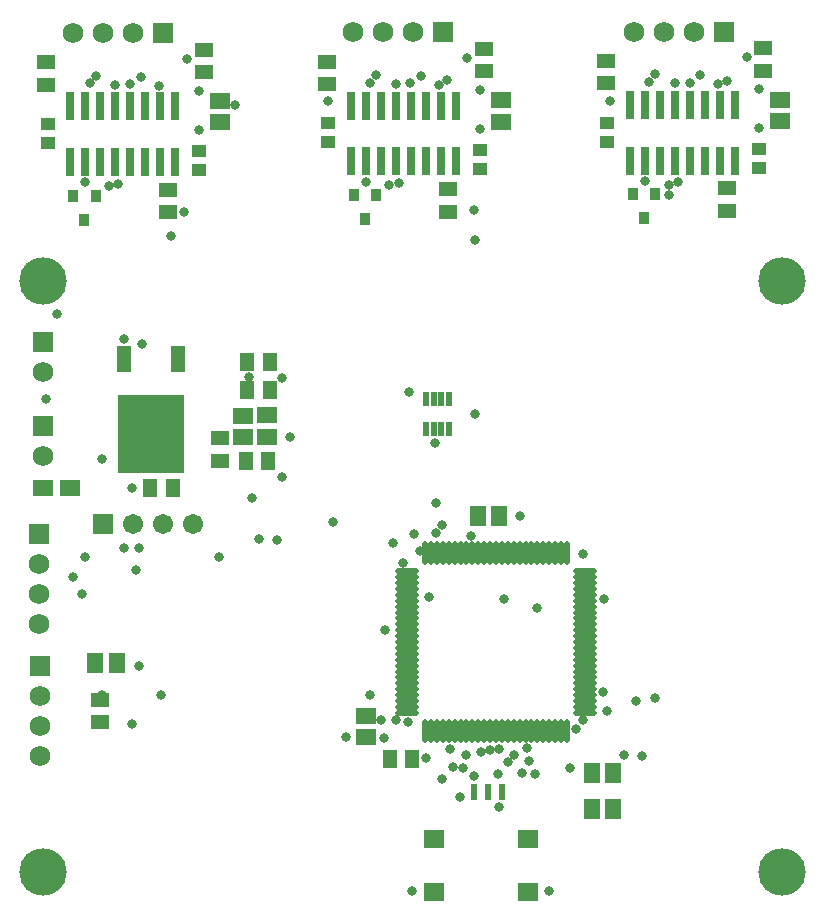
<source format=gts>
G04 Layer_Color=8388736*
%FSLAX25Y25*%
%MOIN*%
G70*
G01*
G75*
%ADD41R,0.06800X0.05800*%
%ADD42R,0.04934X0.06312*%
%ADD43R,0.05328X0.06509*%
%ADD44R,0.06509X0.05328*%
%ADD45R,0.02375X0.05524*%
%ADD46R,0.06312X0.04934*%
%ADD47R,0.06902X0.05918*%
%ADD48R,0.04540X0.09068*%
%ADD49R,0.22453X0.26391*%
%ADD50R,0.03556X0.04343*%
%ADD51R,0.03000X0.09400*%
%ADD52R,0.04737X0.04343*%
%ADD53O,0.07887X0.01981*%
%ADD54O,0.01981X0.07887*%
%ADD55R,0.02375X0.05131*%
%ADD56C,0.15800*%
%ADD57C,0.06800*%
%ADD58R,0.06800X0.06800*%
%ADD59R,0.06800X0.06800*%
%ADD60C,0.06706*%
%ADD61R,0.06706X0.06706*%
%ADD62C,0.03162*%
D41*
X118110Y324803D02*
D03*
X127110D02*
D03*
D42*
X153740Y324803D02*
D03*
X161221D02*
D03*
X241000Y234500D02*
D03*
X233520D02*
D03*
X193500Y366980D02*
D03*
X186020D02*
D03*
X193500Y357480D02*
D03*
X186020D02*
D03*
X192980Y334000D02*
D03*
X185500D02*
D03*
D43*
X262913Y315500D02*
D03*
X270000D02*
D03*
X142543Y266500D02*
D03*
X135457D02*
D03*
X308000Y230000D02*
D03*
X300913D02*
D03*
X308043Y218000D02*
D03*
X300957D02*
D03*
D44*
X225500Y249000D02*
D03*
Y241913D02*
D03*
X363563Y447260D02*
D03*
Y454347D02*
D03*
X270500Y447000D02*
D03*
Y454087D02*
D03*
X177063Y446760D02*
D03*
Y453847D02*
D03*
X184500Y348980D02*
D03*
Y341894D02*
D03*
X192500Y349067D02*
D03*
Y341980D02*
D03*
D45*
X261551Y223500D02*
D03*
X271000D02*
D03*
X266276D02*
D03*
D46*
X177000Y341480D02*
D03*
Y334000D02*
D03*
X346063Y424740D02*
D03*
Y417260D02*
D03*
X253000Y424480D02*
D03*
Y417000D02*
D03*
X159563Y424240D02*
D03*
Y416760D02*
D03*
X305563Y459760D02*
D03*
Y467240D02*
D03*
X212500Y459500D02*
D03*
Y466980D02*
D03*
X119063Y459260D02*
D03*
Y466740D02*
D03*
X358000Y464000D02*
D03*
Y471480D02*
D03*
X264937Y463740D02*
D03*
Y471220D02*
D03*
X171500Y463500D02*
D03*
Y470980D02*
D03*
X137000Y246760D02*
D03*
Y254240D02*
D03*
D47*
X248252Y207858D02*
D03*
Y190142D02*
D03*
X279748Y207858D02*
D03*
Y190142D02*
D03*
D48*
X162996Y367783D02*
D03*
X145043D02*
D03*
D49*
X154020Y342980D02*
D03*
D50*
X318263Y414760D02*
D03*
X314583Y422760D02*
D03*
X322063D02*
D03*
X225200Y414500D02*
D03*
X221520Y422500D02*
D03*
X229000D02*
D03*
X131763Y414260D02*
D03*
X128083Y422260D02*
D03*
X135563D02*
D03*
D51*
X348563Y434000D02*
D03*
X343563D02*
D03*
X338563D02*
D03*
X333563D02*
D03*
X328563D02*
D03*
X323563D02*
D03*
X318563D02*
D03*
X313563D02*
D03*
Y452600D02*
D03*
X318563D02*
D03*
X323563D02*
D03*
X328563D02*
D03*
X333563D02*
D03*
X338563D02*
D03*
X343563D02*
D03*
X348563D02*
D03*
X255500Y433740D02*
D03*
X250500D02*
D03*
X245500D02*
D03*
X240500D02*
D03*
X235500D02*
D03*
X230500D02*
D03*
X225500D02*
D03*
X220500D02*
D03*
Y452340D02*
D03*
X225500D02*
D03*
X230500D02*
D03*
X235500D02*
D03*
X240500D02*
D03*
X245500D02*
D03*
X250500D02*
D03*
X255500D02*
D03*
X162063Y433500D02*
D03*
X157063D02*
D03*
X152063D02*
D03*
X147063D02*
D03*
X142063D02*
D03*
X137063D02*
D03*
X132063D02*
D03*
X127063D02*
D03*
Y452100D02*
D03*
X132063D02*
D03*
X137063D02*
D03*
X142063D02*
D03*
X147063D02*
D03*
X152063D02*
D03*
X157063D02*
D03*
X162063D02*
D03*
D52*
X306063Y446650D02*
D03*
Y440350D02*
D03*
X213000Y446390D02*
D03*
Y440091D02*
D03*
X119563Y446150D02*
D03*
Y439850D02*
D03*
X356563Y431500D02*
D03*
Y437799D02*
D03*
X263500Y431240D02*
D03*
Y437539D02*
D03*
X170063Y431000D02*
D03*
Y437299D02*
D03*
D53*
X239276Y249878D02*
D03*
Y255784D02*
D03*
Y251847D02*
D03*
Y253815D02*
D03*
Y261689D02*
D03*
Y259720D02*
D03*
Y263657D02*
D03*
Y257752D02*
D03*
Y273500D02*
D03*
Y277437D02*
D03*
Y275468D02*
D03*
Y267595D02*
D03*
Y265626D02*
D03*
Y271532D02*
D03*
Y269563D02*
D03*
Y289248D02*
D03*
Y287280D02*
D03*
Y293185D02*
D03*
Y291216D02*
D03*
Y281374D02*
D03*
Y279405D02*
D03*
Y285311D02*
D03*
Y283343D02*
D03*
Y295153D02*
D03*
Y297122D02*
D03*
X298724Y257752D02*
D03*
Y261689D02*
D03*
Y259720D02*
D03*
Y251847D02*
D03*
Y249878D02*
D03*
Y255784D02*
D03*
Y253815D02*
D03*
Y263657D02*
D03*
Y267595D02*
D03*
Y265626D02*
D03*
Y271532D02*
D03*
Y269563D02*
D03*
Y281374D02*
D03*
Y285311D02*
D03*
Y283343D02*
D03*
Y275468D02*
D03*
Y273500D02*
D03*
Y279405D02*
D03*
Y277437D02*
D03*
Y291216D02*
D03*
Y289248D02*
D03*
Y293185D02*
D03*
Y287280D02*
D03*
Y297122D02*
D03*
Y295153D02*
D03*
D54*
X245378Y243776D02*
D03*
X247346D02*
D03*
X255221D02*
D03*
X257189D02*
D03*
X249315D02*
D03*
X253252D02*
D03*
X251284D02*
D03*
X263094D02*
D03*
X265063D02*
D03*
X259157D02*
D03*
X261126D02*
D03*
X245378Y303224D02*
D03*
X249315D02*
D03*
X251284D02*
D03*
X253252D02*
D03*
X255221D02*
D03*
X247346D02*
D03*
X261126D02*
D03*
X263094D02*
D03*
X257189D02*
D03*
X259157D02*
D03*
X284748Y243776D02*
D03*
X280811D02*
D03*
X282780D02*
D03*
X290653D02*
D03*
X292622D02*
D03*
X286717D02*
D03*
X288685D02*
D03*
X270969D02*
D03*
X267032D02*
D03*
X269000D02*
D03*
X276874D02*
D03*
X278842D02*
D03*
X272937D02*
D03*
X274905D02*
D03*
X265063Y303224D02*
D03*
X267032D02*
D03*
X269000D02*
D03*
X270969D02*
D03*
X272937D02*
D03*
X278842D02*
D03*
X280811D02*
D03*
X274905D02*
D03*
X276874D02*
D03*
X286717D02*
D03*
X288685D02*
D03*
X282780D02*
D03*
X284748D02*
D03*
X290653D02*
D03*
X292622D02*
D03*
D55*
X245661Y344382D02*
D03*
X248220Y354618D02*
D03*
X245661D02*
D03*
X248220Y344382D02*
D03*
X253339D02*
D03*
X250780D02*
D03*
Y354618D02*
D03*
X253339D02*
D03*
D56*
X118110Y393701D02*
D03*
X364173D02*
D03*
X118110Y196850D02*
D03*
X364173D02*
D03*
D57*
X128000Y476500D02*
D03*
X138000D02*
D03*
X148000D02*
D03*
X116500Y279500D02*
D03*
Y289500D02*
D03*
Y299500D02*
D03*
X315000Y477000D02*
D03*
X325000D02*
D03*
X335000D02*
D03*
X221437Y476740D02*
D03*
X231437D02*
D03*
X241437D02*
D03*
X118000Y335500D02*
D03*
X118059Y363441D02*
D03*
X117000Y235500D02*
D03*
Y245500D02*
D03*
Y255500D02*
D03*
D58*
X158000Y476500D02*
D03*
X345000Y477000D02*
D03*
X251437Y476740D02*
D03*
D59*
X116500Y309500D02*
D03*
X118000Y345500D02*
D03*
X118059Y373441D02*
D03*
X117000Y265500D02*
D03*
D60*
X158000Y313000D02*
D03*
X168000D02*
D03*
X148000D02*
D03*
D61*
X138000D02*
D03*
D62*
X137795Y255906D02*
D03*
X147638Y246063D02*
D03*
X157480Y255906D02*
D03*
X127953Y295276D02*
D03*
X147638Y324803D02*
D03*
X137795Y334646D02*
D03*
X305000Y288000D02*
D03*
X219000Y242000D02*
D03*
X257000Y222000D02*
D03*
X270000Y218500D02*
D03*
X286500Y190500D02*
D03*
X241000D02*
D03*
X262000Y407500D02*
D03*
X160500Y409000D02*
D03*
X277000Y315500D02*
D03*
X269962Y237887D02*
D03*
X279263Y238263D02*
D03*
X273000Y233500D02*
D03*
X275130Y235945D02*
D03*
X277500Y230000D02*
D03*
X280000Y234000D02*
D03*
X267000Y237500D02*
D03*
X264000Y237000D02*
D03*
X269500Y229500D02*
D03*
X261500Y229000D02*
D03*
X258000Y231500D02*
D03*
X259000Y236000D02*
D03*
X231500Y241500D02*
D03*
X282500Y285000D02*
D03*
X271500Y288000D02*
D03*
X239500Y247000D02*
D03*
X235500Y247500D02*
D03*
X230500D02*
D03*
X232000Y277500D02*
D03*
X306000Y250500D02*
D03*
X304500Y257000D02*
D03*
X295500Y244500D02*
D03*
X315500Y254000D02*
D03*
X322000Y255000D02*
D03*
X282000Y229500D02*
D03*
X253500Y238000D02*
D03*
X254500Y232000D02*
D03*
X245500Y235000D02*
D03*
X246500Y288500D02*
D03*
X298000Y303000D02*
D03*
X238000Y300000D02*
D03*
X234500Y306500D02*
D03*
X214500Y313500D02*
D03*
X187500Y321500D02*
D03*
X197500Y328500D02*
D03*
X298000Y247500D02*
D03*
X251000Y228000D02*
D03*
X293500Y231500D02*
D03*
X190000Y308000D02*
D03*
X200441Y342000D02*
D03*
X356563Y444760D02*
D03*
Y457760D02*
D03*
X326500Y426000D02*
D03*
X318563Y427260D02*
D03*
X320063Y460260D02*
D03*
X328563Y459760D02*
D03*
X352500Y468500D02*
D03*
X333500Y460000D02*
D03*
X343000Y459500D02*
D03*
X337000Y462500D02*
D03*
X329563Y426822D02*
D03*
X322063Y462760D02*
D03*
X263500Y444500D02*
D03*
Y457500D02*
D03*
X233437Y425740D02*
D03*
X225500Y427000D02*
D03*
X235500Y459500D02*
D03*
X259437Y468240D02*
D03*
X240437Y459740D02*
D03*
X249937Y459240D02*
D03*
X243937Y462240D02*
D03*
X236500Y426562D02*
D03*
X147000Y459500D02*
D03*
X166000Y468000D02*
D03*
X135563Y462260D02*
D03*
X150500Y462000D02*
D03*
X156500Y459000D02*
D03*
X140000Y425500D02*
D03*
X170063Y457260D02*
D03*
Y444260D02*
D03*
X142063Y459260D02*
D03*
X133563Y459760D02*
D03*
X143063Y426322D02*
D03*
X132063Y426760D02*
D03*
X150980Y373000D02*
D03*
X145043Y374457D02*
D03*
X182000Y452500D02*
D03*
X229000Y462500D02*
D03*
X227000Y460000D02*
D03*
X213000Y454000D02*
D03*
X252500Y461000D02*
D03*
X122500Y383000D02*
D03*
X119000Y354500D02*
D03*
X307000Y454000D02*
D03*
X346000Y460500D02*
D03*
X326500Y422500D02*
D03*
X243687Y304000D02*
D03*
X249000Y310000D02*
D03*
X227000Y256000D02*
D03*
X197500Y361500D02*
D03*
X186500Y362000D02*
D03*
X261500Y417500D02*
D03*
X311500Y236000D02*
D03*
X317500Y235500D02*
D03*
X165000Y417000D02*
D03*
X248500Y340000D02*
D03*
X176500Y302000D02*
D03*
X239900Y356900D02*
D03*
X132000Y302000D02*
D03*
X262000Y349500D02*
D03*
X131000Y289500D02*
D03*
X249000Y320000D02*
D03*
X150000Y265500D02*
D03*
X260500Y309000D02*
D03*
X251000Y312500D02*
D03*
X241500Y309500D02*
D03*
X149000Y297500D02*
D03*
X145000Y305000D02*
D03*
X150000D02*
D03*
X196000Y307500D02*
D03*
M02*

</source>
